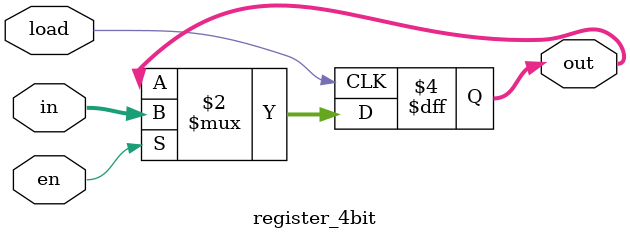
<source format=v>
module register_4bit(
  out,
  in, en, load
);

  output reg [3:0] out;
  input      [3:0] in;
  input  en;
  input  load;

  always @ (posedge load)
    begin
      if (en)
        out <= in;
    end

endmodule

</source>
